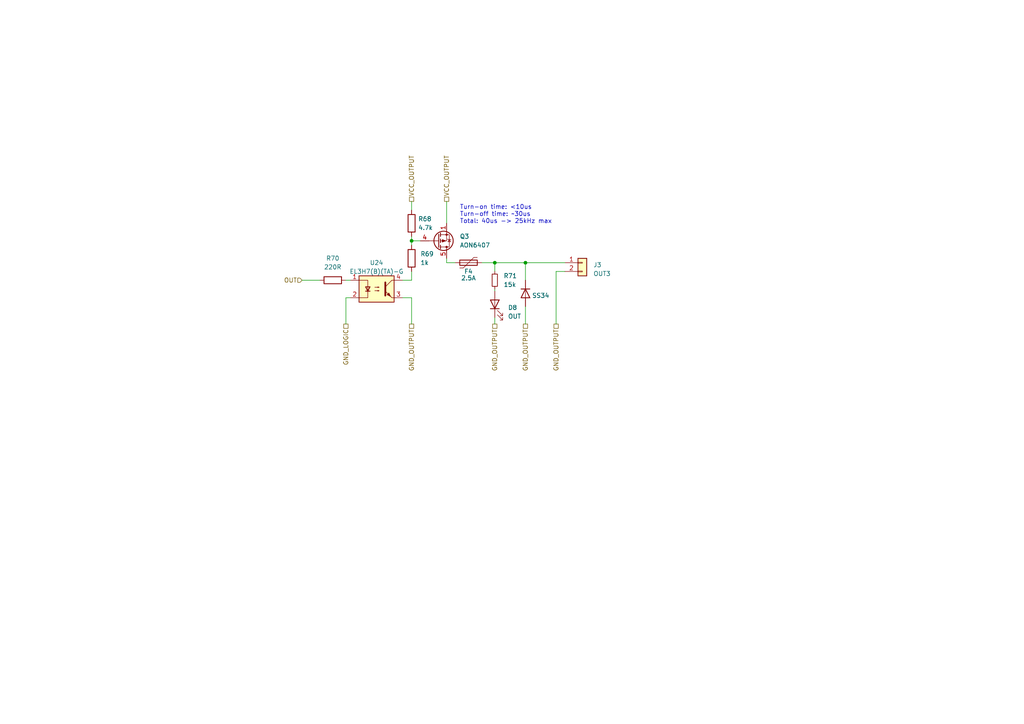
<source format=kicad_sch>
(kicad_sch (version 20250114) (generator "eeschema") (generator_version "9.0")
  (paper "A4")
  (lib_symbols
    (symbol "Connector_Generic:Conn_01x02" (pin_names (offset 1.016) (hide yes))
      (property "Reference" "J" (at 0 2.54 0))
      (property "Value" "Conn_01x02" (at 0 -5.08 0))
      (symbol "Conn_01x02_1_1"
        (rectangle (start -1.27 1.27) (end 1.27 -3.81) (stroke (width 0.254)) (fill (type background)))
        (rectangle (start -1.27 0.127) (end 0 -0.127) (stroke (width 0.1524)))
        (rectangle (start -1.27 -2.413) (end 0 -2.667) (stroke (width 0.1524)))
        (pin passive line (at -5.08 0 0) (length 3.81) (name "Pin_1") (number "1"))
        (pin passive line (at -5.08 -2.54 0) (length 3.81) (name "Pin_2") (number "2"))
      )
    )
    (symbol "Device:D" (pin_numbers (hide yes)) (pin_names (offset 1.016) (hide yes))
      (property "Reference" "D" (at 0 2.54 0))
      (property "Value" "D" (at 0 -2.54 0))
      (symbol "D_0_1"
        (polyline (pts (xy -1.27 1.27) (xy -1.27 -1.27)) (stroke (width 0.254)))
        (polyline (pts (xy 1.27 1.27) (xy 1.27 -1.27) (xy -1.27 0) (xy 1.27 1.27)) (stroke (width 0.254)))
        (polyline (pts (xy 1.27 0) (xy -1.27 0)))
      )
      (symbol "D_1_1"
        (pin passive line (at -3.81 0 0) (length 2.54) (name "K") (number "1"))
        (pin passive line (at 3.81 0 180) (length 2.54) (name "A") (number "2"))
      )
    )
    (symbol "Device:LED" (pin_numbers (hide yes)) (pin_names (offset 1.016) (hide yes))
      (property "Reference" "D" (at 0 2.54 0))
      (property "Value" "LED" (at 0 -2.54 0))
      (symbol "LED_0_1"
        (polyline (pts (xy -3.048 -0.762) (xy -4.572 -2.286) (xy -3.81 -2.286) (xy -4.572 -2.286) (xy -4.572 -1.524)))
        (polyline (pts (xy -1.778 -0.762) (xy -3.302 -2.286) (xy -2.54 -2.286) (xy -3.302 -2.286) (xy -3.302 -1.524)))
        (polyline (pts (xy -1.27 0) (xy 1.27 0)))
        (polyline (pts (xy -1.27 -1.27) (xy -1.27 1.27)) (stroke (width 0.254)))
        (polyline (pts (xy 1.27 -1.27) (xy 1.27 1.27) (xy -1.27 0) (xy 1.27 -1.27)) (stroke (width 0.254)))
      )
      (symbol "LED_1_1"
        (pin passive line (at -3.81 0 0) (length 2.54) (name "K") (number "1"))
        (pin passive line (at 3.81 0 180) (length 2.54) (name "A") (number "2"))
      )
    )
    (symbol "Device:Polyfuse" (pin_numbers (hide yes)) (pin_names (offset 0))
      (property "Reference" "F" (at -2.54 0 90))
      (property "Value" "Polyfuse" (at 2.54 0 90))
      (symbol "Polyfuse_0_1"
        (polyline (pts (xy -1.524 2.54) (xy -1.524 1.524) (xy 1.524 -1.524) (xy 1.524 -2.54)))
        (rectangle (start -0.762 2.54) (end 0.762 -2.54) (stroke (width 0.254)))
        (polyline (pts (xy 0 2.54) (xy 0 -2.54)))
      )
      (symbol "Polyfuse_1_1"
        (pin passive line (at 0 3.81 270) (length 1.27) (name "~") (number "1"))
        (pin passive line (at 0 -3.81 90) (length 1.27) (name "~") (number "2"))
      )
    )
    (symbol "Device:R" (pin_numbers (hide yes)) (pin_names (offset 0))
      (property "Reference" "R" (at 2.032 0 90))
      (property "Value" "R" (at 0 0 90))
      (symbol "R_0_1"
        (rectangle (start -1.016 -2.54) (end 1.016 2.54) (stroke (width 0.254)))
      )
      (symbol "R_1_1"
        (pin passive line (at 0 3.81 270) (length 1.27) (name "~") (number "1"))
        (pin passive line (at 0 -3.81 90) (length 1.27) (name "~") (number "2"))
      )
    )
    (symbol "Device:R_Small" (pin_numbers (hide yes)) (pin_names (offset 0.254) (hide yes))
      (property "Reference" "R" (at 0.762 0.508 0))
      (property "Value" "R_Small" (at 0.762 -1.016 0))
      (symbol "R_Small_0_1"
        (rectangle (start -0.762 1.778) (end 0.762 -1.778) (stroke (width 0.2032)))
      )
      (symbol "R_Small_1_1"
        (pin passive line (at 0 2.54 270) (length 0.762) (name "~") (number "1"))
        (pin passive line (at 0 -2.54 90) (length 0.762) (name "~") (number "2"))
      )
    )
    (symbol "Isolator:PC817" (pin_names (offset 1.016))
      (property "Reference" "U" (at -5.08 5.08 0))
      (property "Value" "PC817" (at 0 5.08 0))
      (symbol "PC817_0_1"
        (rectangle (start -5.08 3.81) (end 5.08 -3.81) (stroke (width 0.254)) (fill (type background)))
        (polyline (pts (xy -5.08 2.54) (xy -2.54 2.54) (xy -2.54 -0.635)))
        (polyline (pts (xy -3.175 -0.635) (xy -1.905 -0.635)) (stroke (width 0.254)))
        (polyline (pts (xy -2.54 -0.635) (xy -2.54 -2.54) (xy -5.08 -2.54)))
        (polyline (pts (xy -2.54 -0.635) (xy -3.175 0.635) (xy -1.905 0.635) (xy -2.54 -0.635)) (stroke (width 0.254)))
        (polyline (pts (xy -0.508 0.508) (xy 0.762 0.508) (xy 0.381 0.381) (xy 0.381 0.635) (xy 0.762 0.508)))
        (polyline (pts (xy -0.508 -0.508) (xy 0.762 -0.508) (xy 0.381 -0.635) (xy 0.381 -0.381) (xy 0.762 -0.508)))
        (polyline (pts (xy 2.54 1.905) (xy 2.54 -1.905) (xy 2.54 -1.905)) (stroke (width 0.508)))
        (polyline (pts (xy 2.54 0.635) (xy 4.445 2.54)))
        (polyline (pts (xy 3.048 -1.651) (xy 3.556 -1.143) (xy 4.064 -2.159) (xy 3.048 -1.651) (xy 3.048 -1.651)) (fill (type outline)))
        (polyline (pts (xy 4.445 2.54) (xy 5.08 2.54)))
        (polyline (pts (xy 4.445 -2.54) (xy 2.54 -0.635)) (fill (type outline)))
        (polyline (pts (xy 4.445 -2.54) (xy 5.08 -2.54)))
      )
      (symbol "PC817_1_1"
        (pin passive line (at -7.62 2.54 0) (length 2.54) (name "~") (number "1"))
        (pin passive line (at -7.62 -2.54 0) (length 2.54) (name "~") (number "2"))
        (pin passive line (at 7.62 2.54 180) (length 2.54) (name "~") (number "4"))
        (pin passive line (at 7.62 -2.54 180) (length 2.54) (name "~") (number "3"))
      )
    )
    (symbol "Transistor_FET:AON6411" (pin_names (hide yes))
      (property "Reference" "Q" (at 5.08 1.905 0))
      (property "Value" "AON6411" (at 5.08 0 0))
      (symbol "AON6411_0_1"
        (polyline (pts (xy 0.254 1.905) (xy 0.254 -1.905)) (stroke (width 0.254)))
        (polyline (pts (xy 0.254 0) (xy -2.54 0)))
        (polyline (pts (xy 0.762 2.286) (xy 0.762 1.27)) (stroke (width 0.254)))
        (polyline (pts (xy 0.762 1.778) (xy 3.302 1.778) (xy 3.302 -1.778) (xy 0.762 -1.778)))
        (polyline (pts (xy 0.762 0.508) (xy 0.762 -0.508)) (stroke (width 0.254)))
        (polyline (pts (xy 0.762 -1.27) (xy 0.762 -2.286)) (stroke (width 0.254)))
        (circle (center 1.651 0) (radius 2.794) (stroke (width 0.254)))
        (polyline (pts (xy 2.286 0) (xy 1.27 0.381) (xy 1.27 -0.381) (xy 2.286 0)) (fill (type outline)))
        (polyline (pts (xy 2.54 2.54) (xy 2.54 1.778)))
        (circle (center 2.54 1.778) (radius 0.254) (fill (type outline)))
        (circle (center 2.54 -1.778) (radius 0.254) (fill (type outline)))
        (polyline (pts (xy 2.54 -2.54) (xy 2.54 0) (xy 0.762 0)))
        (polyline (pts (xy 2.794 -0.508) (xy 2.921 -0.381) (xy 3.683 -0.381) (xy 3.81 -0.254)))
        (polyline (pts (xy 3.302 -0.381) (xy 2.921 0.254) (xy 3.683 0.254) (xy 3.302 -0.381)))
      )
      (symbol "AON6411_1_1"
        (pin input line (at -5.08 0 0) (length 2.54) (name "G") (number "4"))
        (pin passive line (at 2.54 5.08 270) (length 2.54) (name "D") (number "5"))
        (pin passive line (at 2.54 -5.08 90) (length 2.54) (name "S") (number "1"))
        (pin passive line (at 2.54 -5.08 90) (length 2.54) (hide yes) (name "S") (number "2"))
        (pin passive line (at 2.54 -5.08 90) (length 2.54) (hide yes) (name "S") (number "3"))
      )
    )
  )
  (text "Turn-on time: <10us\nTurn-off time: ~30us\nTotal: 40us -> 25kHz max" (at 133.35 62.23 0) (effects (font (size 1.27 1.27)) (justify left)))
  (junction (at 119.38 69.85))
  (junction (at 152.4 76.2))
  (junction (at 143.51 76.2))
  (wire (pts (xy 152.4 76.2) (xy 152.4 81.28)))
  (wire (pts (xy 143.51 76.2) (xy 152.4 76.2)))
  (wire (pts (xy 161.29 78.74) (xy 163.83 78.74)))
  (wire (pts (xy 152.4 88.9) (xy 152.4 93.98)))
  (wire (pts (xy 100.33 81.28) (xy 101.6 81.28)))
  (wire (pts (xy 119.38 69.85) (xy 119.38 71.12)))
  (wire (pts (xy 119.38 69.85) (xy 121.92 69.85)))
  (wire (pts (xy 119.38 86.36) (xy 116.84 86.36)))
  (wire (pts (xy 161.29 78.74) (xy 161.29 93.98)))
  (wire (pts (xy 116.84 81.28) (xy 119.38 81.28)))
  (wire (pts (xy 152.4 76.2) (xy 163.83 76.2)))
  (wire (pts (xy 100.33 86.36) (xy 100.33 93.98)))
  (wire (pts (xy 129.54 76.2) (xy 132.08 76.2)))
  (wire (pts (xy 100.33 86.36) (xy 101.6 86.36)))
  (wire (pts (xy 87.63 81.28) (xy 92.71 81.28)))
  (wire (pts (xy 119.38 68.58) (xy 119.38 69.85)))
  (wire (pts (xy 129.54 58.42) (xy 129.54 64.77)))
  (wire (pts (xy 119.38 78.74) (xy 119.38 81.28)))
  (wire (pts (xy 143.51 76.2) (xy 143.51 78.74)))
  (wire (pts (xy 129.54 74.93) (xy 129.54 76.2)))
  (wire (pts (xy 143.51 92.075) (xy 143.51 93.98)))
  (wire (pts (xy 139.7 76.2) (xy 143.51 76.2)))
  (wire (pts (xy 143.51 83.82) (xy 143.51 84.455)))
  (wire (pts (xy 119.38 58.42) (xy 119.38 60.96)))
  (wire (pts (xy 119.38 93.98) (xy 119.38 86.36)))
  (hierarchical_label "GND_OUTPUT" (shape passive) (at 119.38 93.98 270))
  (hierarchical_label "GND_OUTPUT" (shape passive) (at 161.29 93.98 270))
  (hierarchical_label "OUT" (shape input) (at 87.63 81.28 180))
  (hierarchical_label "VCC_OUTPUT" (shape passive) (at 129.54 58.42 90))
  (hierarchical_label "VCC_OUTPUT" (shape passive) (at 119.38 58.42 90))
  (hierarchical_label "GND_OUTPUT" (shape passive) (at 152.4 93.98 270))
  (hierarchical_label "GND_OUTPUT" (shape passive) (at 143.51 93.98 270))
  (hierarchical_label "GND_LOGIC" (shape passive) (at 100.33 93.98 270))
  (symbol (lib_id "Device:D") (at 152.4 85.09 270) (unit 1)
    (property "Reference" "D1" (effects (hide yes)))
    (property "Value" "SS34" (at 154.305 85.725 90) (effects (justify left)))
    (property "Footprint" "Diode_SMD:D_SMA" (effects (hide yes)))
    (instances (project "uMule_board" (path "" (reference "D1") (unit 1)) (path "" (reference "D11") (unit 1)) (path "" (reference "D9") (unit 1)) (path "" (reference "D14") (unit 1))))
  )
  (symbol (lib_id "Device:LED") (at 143.51 88.265 90) (unit 1)
    (property "Reference" "D8" (at 147.32 89.2175 90) (effects (justify right)))
    (property "Value" "OUT" (at 147.32 91.7575 90) (effects (justify right)))
    (property "Footprint" "LED_SMD:LED_0603_1608Metric" (effects (hide yes)))
    (instances (project "uMule_board" (path "" (reference "D8") (unit 1)) (path "" (reference "D12") (unit 1)) (path "" (reference "D10") (unit 1)) (path "" (reference "D13") (unit 1))))
  )
  (symbol (lib_id "Transistor_FET:AON6411") (at 127 69.85 0) (mirror x) (unit 1)
    (property "Reference" "Q3" (at 133.35 68.5799 0) (effects (justify left)))
    (property "Value" "AON6407" (at 133.35 71.1199 0) (effects (justify left)))
    (property "Footprint" "Package_DFN_QFN:AO_DFN-8-1EP_5.55x5.2mm_P1.27mm_EP4.12x4.6mm" (effects (hide yes)))
    (property "Datasheet" "http://www.aosmd.com/res/data_sheets/AON6411.pdf" (effects (hide yes)))
    (property "Description" "-85A Id, -20V Vds, P-Channel MOSFET, DFN-8" (effects (hide yes)))
    (instances (project "uMule_board" (path "" (reference "Q3") (unit 1)) (path "" (reference "Q5") (unit 1)) (path "" (reference "Q4") (unit 1)) (path "" (reference "Q2") (unit 1))))
  )
  (symbol (lib_id "Connector_Generic:Conn_01x02") (at 168.91 76.2 0) (unit 1)
    (property "Reference" "J3" (at 172.085 76.835 0) (effects (justify left)))
    (property "Value" "OUT3" (at 172.085 79.375 0) (effects (justify left)))
    (property "Footprint" "Connector_Phoenix_MC:PhoenixContact_MCV_1,5_2-G-3.5_1x02_P3.50mm_Vertical" (effects (hide yes)))
    (instances (project "uMule_board" (path "" (reference "J3") (unit 1)) (path "" (reference "J6") (unit 1)) (path "" (reference "J5") (unit 1)) (path "" (reference "J21") (unit 1))))
  )
  (symbol (lib_id "Device:Polyfuse") (at 135.89 76.2 270) (unit 1)
    (property "Reference" "F4" (at 135.89 78.74 90))
    (property "Value" "2.5A" (at 135.89 80.645 90))
    (property "Footprint" "Fuse:Fuse_2920_7451Metric" (effects (hide yes)))
    (instances (project "uMule_board" (path "" (reference "F4") (unit 1)) (path "" (reference "F6") (unit 1)) (path "" (reference "F5") (unit 1)) (path "" (reference "F3") (unit 1))))
  )
  (symbol (lib_id "Device:R") (at 96.52 81.28 270) (unit 1)
    (property "Reference" "R70" (at 96.52 74.93 90))
    (property "Value" "220R" (at 96.52 77.47 90))
    (property "Footprint" "Resistor_SMD:R_0603_1608Metric" (effects (hide yes)))
    (instances (project "uMule_board" (path "" (reference "R70") (unit 1)) (path "" (reference "R78") (unit 1)) (path "" (reference "R74") (unit 1)) (path "" (reference "R66") (unit 1))))
  )
  (symbol (lib_id "Device:R") (at 119.38 64.77 0) (unit 1)
    (property "Reference" "R68" (at 121.285 63.5 0) (effects (justify left)))
    (property "Value" "4.7k" (at 121.285 66.04 0) (effects (justify left)))
    (property "Footprint" "Resistor_SMD:R_0603_1608Metric" (effects (hide yes)))
    (instances (project "uMule_board" (path "" (reference "R68") (unit 1)) (path "" (reference "R76") (unit 1)) (path "" (reference "R72") (unit 1)) (path "" (reference "R64") (unit 1))))
  )
  (symbol (lib_id "Isolator:PC817") (at 109.22 83.82 0) (unit 1)
    (property "Reference" "U24" (at 109.22 76.2 0))
    (property "Value" "EL3H7(B)(TA)-G" (at 109.22 78.74 0))
    (property "Footprint" "Package_SO:SOP-4_4.4x2.6mm_P1.27mm" (effects (hide yes)))
    (property "Datasheet" "https://datasheet.lcsc.com/lcsc/1811131510_Everlight-Elec-EL3H7-B-TA-G_C32565.pdf" (effects (hide yes)))
    (instances (project "uMule_board" (path "" (reference "U24") (unit 1)) (path "" (reference "U26") (unit 1)) (path "" (reference "U25") (unit 1)) (path "" (reference "U4") (unit 1))))
  )
  (symbol (lib_id "Device:R") (at 119.38 74.93 0) (unit 1)
    (property "Reference" "R69" (at 121.92 73.6599 0) (effects (justify left)))
    (property "Value" "1k" (at 121.92 76.1999 0) (effects (justify left)))
    (property "Footprint" "Resistor_SMD:R_0603_1608Metric" (effects (hide yes)))
    (instances (project "uMule_board" (path "" (reference "R69") (unit 1)) (path "" (reference "R77") (unit 1)) (path "" (reference "R73") (unit 1)) (path "" (reference "R65") (unit 1))))
  )
  (symbol (lib_id "Device:R_Small") (at 143.51 81.28 0) (unit 1)
    (property "Reference" "R71" (at 146.05 80.0099 0) (effects (justify left)))
    (property "Value" "15k" (at 146.05 82.5499 0) (effects (justify left)))
    (property "Footprint" "Resistor_SMD:R_0603_1608Metric" (effects (hide yes)))
    (instances (project "uMule_board" (path "" (reference "R71") (unit 1)) (path "" (reference "R79") (unit 1)) (path "" (reference "R75") (unit 1)) (path "" (reference "R67") (unit 1))))
  )
)
</source>
